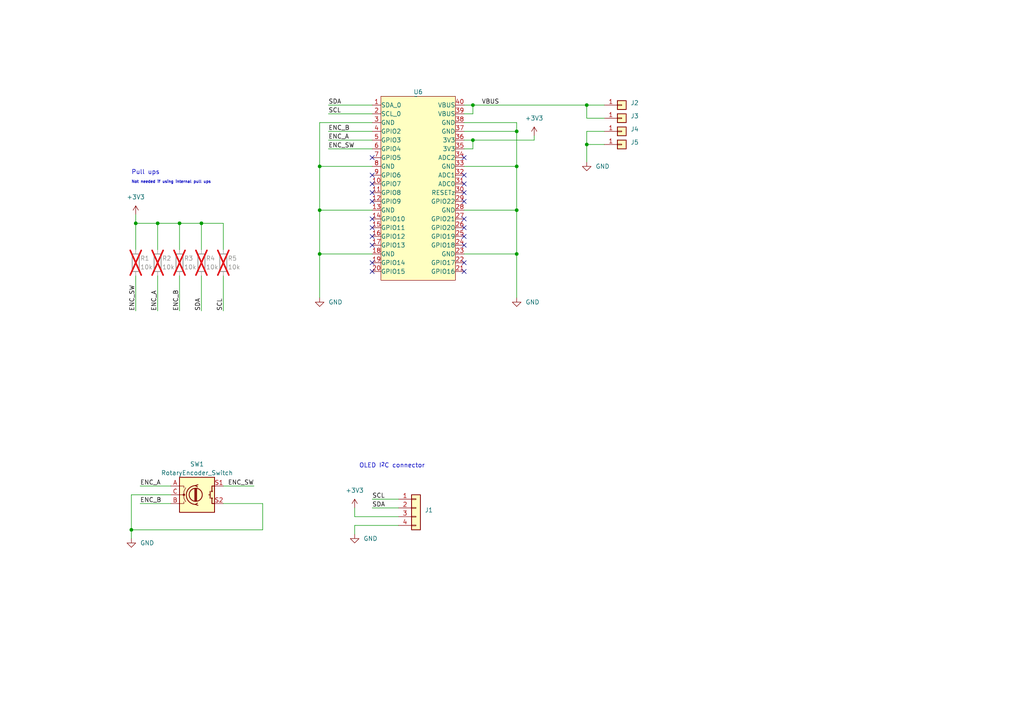
<source format=kicad_sch>
(kicad_sch (version 20230121) (generator eeschema)
  (paper "A4")
  (title_block (title "USB PD Bench Supply PCB") (date "2022-01-01") (rev "1") (company "Matt Callaghan"))
  (lib_symbols
    (symbol "Connector_Generic:Conn_01x01" (pin_names (offset 1.016) hide)
      (property "Reference" "J" (at 0 2.54 0))
      (property "Value" "Conn_01x01" (at 0 -2.54 0))
      (symbol "Conn_01x01_1_1"
        (rectangle (start -1.27 0.127) (end 0 -0.127) (stroke (width 0.1524)))
        (rectangle (start -1.27 1.27) (end 1.27 -1.27) (stroke (width 0.254)) (fill (type background)))
        (pin passive line (at -5.08 0 0) (length 3.81) (name "Pin_1") (number "1"))
      )
    )
    (symbol "Connector_Generic:Conn_01x04" (pin_names (offset 1.016) hide)
      (property "Reference" "J" (at 0 5.08 0))
      (property "Value" "Conn_01x04" (at 0 -7.62 0))
      (symbol "Conn_01x04_1_1"
        (rectangle (start -1.27 -4.953) (end 0 -5.207) (stroke (width 0.1524)))
        (rectangle (start -1.27 -2.413) (end 0 -2.667) (stroke (width 0.1524)))
        (rectangle (start -1.27 0.127) (end 0 -0.127) (stroke (width 0.1524)))
        (rectangle (start -1.27 2.667) (end 0 2.413) (stroke (width 0.1524)))
        (rectangle (start -1.27 3.81) (end 1.27 -6.35) (stroke (width 0.254)) (fill (type background)))
        (pin passive line (at -5.08 2.54 0) (length 3.81) (name "Pin_1") (number "1"))
        (pin passive line (at -5.08 0 0) (length 3.81) (name "Pin_2") (number "2"))
        (pin passive line (at -5.08 -2.54 0) (length 3.81) (name "Pin_3") (number "3"))
        (pin passive line (at -5.08 -5.08 0) (length 3.81) (name "Pin_4") (number "4"))
      )
    )
    (symbol "Device:R" (pin_numbers hide) (pin_names (offset 0))
      (property "Reference" "R" (at 2.032 0 90))
      (property "Value" "R" (at 0 0 90))
      (symbol "R_0_1"
        (rectangle (start -1.016 -2.54) (end 1.016 2.54) (stroke (width 0.254)))
      )
      (symbol "R_1_1"
        (pin passive line (at 0 3.81 270) (length 1.27) (name "~") (number "1"))
        (pin passive line (at 0 -3.81 90) (length 1.27) (name "~") (number "2"))
      )
    )
    (symbol "Device:RotaryEncoder_Switch" (pin_names (offset 0.254) hide)
      (property "Reference" "SW" (at 0 6.604 0))
      (property "Value" "RotaryEncoder_Switch" (at 0 -6.604 0))
      (symbol "RotaryEncoder_Switch_0_1"
        (rectangle (start -5.08 5.08) (end 5.08 -5.08) (stroke (width 0.254)) (fill (type background)))
        (circle (center -3.81 0) (radius 0.254) (fill (type outline)))
        (circle (center -0.381 0) (radius 1.905) (stroke (width 0.254)))
        (arc (start -0.381 2.667) (mid -3.0988 -0.0635) (end -0.381 -2.794) (stroke (width 0.254)))
        (polyline (pts (xy -0.635 -1.778) (xy -0.635 1.778)) (stroke (width 0.254)))
        (polyline (pts (xy -0.381 -1.778) (xy -0.381 1.778)) (stroke (width 0.254)))
        (polyline (pts (xy -0.127 1.778) (xy -0.127 -1.778)) (stroke (width 0.254)))
        (polyline (pts (xy 3.81 0) (xy 3.429 0)) (stroke (width 0.254)))
        (polyline (pts (xy 3.81 1.016) (xy 3.81 -1.016)) (stroke (width 0.254)))
        (polyline (pts (xy -5.08 -2.54) (xy -3.81 -2.54) (xy -3.81 -2.032)))
        (polyline (pts (xy -5.08 2.54) (xy -3.81 2.54) (xy -3.81 2.032)))
        (polyline (pts (xy 0.254 -3.048) (xy -0.508 -2.794) (xy 0.127 -2.413)) (stroke (width 0.254)))
        (polyline (pts (xy 0.254 2.921) (xy -0.508 2.667) (xy 0.127 2.286)) (stroke (width 0.254)))
        (polyline (pts (xy 5.08 -2.54) (xy 4.318 -2.54) (xy 4.318 -1.016)) (stroke (width 0.254)))
        (polyline (pts (xy 5.08 2.54) (xy 4.318 2.54) (xy 4.318 1.016)) (stroke (width 0.254)))
        (polyline (pts (xy -5.08 0) (xy -3.81 0) (xy -3.81 -1.016) (xy -3.302 -2.032)))
        (polyline (pts (xy -4.318 0) (xy -3.81 0) (xy -3.81 1.016) (xy -3.302 2.032)))
        (circle (center 4.318 -1.016) (radius 0.127) (stroke (width 0.254)))
        (circle (center 4.318 1.016) (radius 0.127) (stroke (width 0.254)))
      )
      (symbol "RotaryEncoder_Switch_1_1"
        (pin passive line (at -7.62 2.54 0) (length 2.54) (name "A") (number "A"))
        (pin passive line (at -7.62 -2.54 0) (length 2.54) (name "B") (number "B"))
        (pin passive line (at -7.62 0 0) (length 2.54) (name "C") (number "C"))
        (pin passive line (at 7.62 2.54 180) (length 2.54) (name "S1") (number "S1"))
        (pin passive line (at 7.62 -2.54 180) (length 2.54) (name "S2") (number "S2"))
      )
    )
    (symbol "Matts library:Pico_PD" (pin_names (offset 0.0001))
      (property "Reference" "U" (at -8.89 1.27 0))
      (symbol "Pico_PD_0_0"
        (pin bidirectional line (at -12.7 -17.78 0) (length 2.54) (name "GPIO5") (number "7"))
      )
      (symbol "Pico_PD_0_1"
        (rectangle (start -10.16 0) (end 11.43 -53.34) (fill (type background)))
      )
      (symbol "Pico_PD_1_0"
        (pin power_out line (at 13.97 -5.08 180) (length 2.54) (name "VBUS") (number "39"))
        (pin power_out line (at 13.97 -2.54 180) (length 2.54) (name "VBUS") (number "40"))
      )
      (symbol "Pico_PD_1_1"
        (pin bidirectional line (at -12.7 -2.54 0) (length 2.54) (name "SDA_0") (number "1"))
        (pin bidirectional line (at -12.7 -25.4 0) (length 2.54) (name "GPIO7") (number "10"))
        (pin bidirectional line (at -12.7 -27.94 0) (length 2.54) (name "GPIO8") (number "11"))
        (pin bidirectional line (at -12.7 -30.48 0) (length 2.54) (name "GPIO9") (number "12"))
        (pin bidirectional line (at -12.7 -33.02 0) (length 2.54) (name "GND") (number "13"))
        (pin bidirectional line (at -12.7 -35.56 0) (length 2.54) (name "GPIO10") (number "14"))
        (pin bidirectional line (at -12.7 -38.1 0) (length 2.54) (name "GPIO11") (number "15"))
        (pin bidirectional line (at -12.7 -40.64 0) (length 2.54) (name "GPIO12") (number "16"))
        (pin bidirectional line (at -12.7 -43.18 0) (length 2.54) (name "GPIO13") (number "17"))
        (pin bidirectional line (at -12.7 -45.72 0) (length 2.54) (name "GND") (number "18"))
        (pin bidirectional line (at -12.7 -48.26 0) (length 2.54) (name "GPIO14") (number "19"))
        (pin bidirectional line (at -12.7 -5.08 0) (length 2.54) (name "SCL_0") (number "2"))
        (pin bidirectional line (at -12.7 -50.8 0) (length 2.54) (name "GPIO15") (number "20"))
        (pin bidirectional line (at 13.97 -50.8 180) (length 2.54) (name "GPIO16") (number "21"))
        (pin bidirectional line (at 13.97 -48.26 180) (length 2.54) (name "GPIO17") (number "22"))
        (pin bidirectional line (at 13.97 -45.72 180) (length 2.54) (name "GND") (number "23"))
        (pin bidirectional line (at 13.97 -43.18 180) (length 2.54) (name "GPIO18") (number "24"))
        (pin bidirectional line (at 13.97 -40.64 180) (length 2.54) (name "GPIO19") (number "25"))
        (pin bidirectional line (at 13.97 -38.1 180) (length 2.54) (name "GPIO20") (number "26"))
        (pin bidirectional line (at 13.97 -35.56 180) (length 2.54) (name "GPIO21") (number "27"))
        (pin bidirectional line (at 13.97 -33.02 180) (length 2.54) (name "GND") (number "28"))
        (pin bidirectional line (at 13.97 -30.48 180) (length 2.54) (name "GPIO22") (number "29"))
        (pin bidirectional line (at -12.7 -7.62 0) (length 2.54) (name "GND") (number "3"))
        (pin input line (at 13.97 -27.94 180) (length 2.54) (name "RESETz") (number "30"))
        (pin bidirectional line (at 13.97 -25.4 180) (length 2.54) (name "ADC0") (number "31"))
        (pin bidirectional line (at 13.97 -22.86 180) (length 2.54) (name "ADC1") (number "32"))
        (pin bidirectional line (at 13.97 -20.32 180) (length 2.54) (name "GND") (number "33"))
        (pin bidirectional line (at 13.97 -17.78 180) (length 2.54) (name "ADC2") (number "34"))
        (pin bidirectional line (at 13.97 -15.24 180) (length 2.54) (name "3V3") (number "35"))
        (pin bidirectional line (at 13.97 -12.7 180) (length 2.54) (name "3V3") (number "36"))
        (pin bidirectional line (at 13.97 -10.16 180) (length 2.54) (name "GND") (number "37"))
        (pin bidirectional line (at 13.97 -7.62 180) (length 2.54) (name "GND") (number "38"))
        (pin bidirectional line (at -12.7 -10.16 0) (length 2.54) (name "GPIO2") (number "4"))
        (pin bidirectional line (at -12.7 -12.7 0) (length 2.54) (name "GPIO3") (number "5"))
        (pin bidirectional line (at -12.7 -15.24 0) (length 2.54) (name "GPIO4") (number "6"))
        (pin bidirectional line (at -12.7 -20.32 0) (length 2.54) (name "GND") (number "8"))
        (pin bidirectional line (at -12.7 -22.86 0) (length 2.54) (name "GPIO6") (number "9"))
      )
    )
    (symbol "power:+3V3" (power) (pin_names (offset 0))
      (property "Value" "+3V3" (at 0 3.556 0))
      (symbol "+3V3_0_1"
        (polyline (pts (xy -0.762 1.27) (xy 0 2.54)))
        (polyline (pts (xy 0 0) (xy 0 2.54)))
        (polyline (pts (xy 0 2.54) (xy 0.762 1.27)))
      )
      (symbol "+3V3_1_1"
        (pin power_in line (at 0 0 90) (length 0) hide (name "+3V3") (number "1"))
      )
    )
    (symbol "power:GND" (power) (pin_names (offset 0))
      (property "Value" "GND" (at 0 -3.81 0))
      (symbol "GND_0_1"
        (polyline (pts (xy 0 0) (xy 0 -1.27) (xy 1.27 -1.27) (xy 0 -2.54) (xy -1.27 -1.27) (xy 0 -1.27)))
      )
      (symbol "GND_1_1"
        (pin power_in line (at 0 0 270) (length 0) hide (name "GND") (number "1"))
      )
    )
  )
  (junction (at 149.86 60.96))
  (junction (at 39.37 64.77))
  (junction (at 149.86 73.66))
  (junction (at 58.42 64.77))
  (junction (at 92.71 73.66))
  (junction (at 137.16 30.48))
  (junction (at 38.1 153.67))
  (junction (at 52.07 64.77))
  (junction (at 137.16 40.64))
  (junction (at 170.18 30.48))
  (junction (at 92.71 48.26))
  (junction (at 92.71 60.96))
  (junction (at 170.18 41.91))
  (junction (at 149.86 38.1))
  (junction (at 149.86 48.26))
  (junction (at 45.72 64.77))
  (no_connect (at 134.62 76.2))
  (no_connect (at 134.62 50.8))
  (no_connect (at 107.95 45.72))
  (no_connect (at 107.95 53.34))
  (no_connect (at 107.95 63.5))
  (no_connect (at 107.95 66.04))
  (no_connect (at 107.95 68.58))
  (no_connect (at 134.62 71.12))
  (no_connect (at 134.62 55.88))
  (no_connect (at 134.62 68.58))
  (no_connect (at 134.62 53.34))
  (no_connect (at 134.62 66.04))
  (no_connect (at 134.62 78.74))
  (no_connect (at 134.62 45.72))
  (no_connect (at 107.95 71.12))
  (no_connect (at 107.95 78.74))
  (no_connect (at 134.62 63.5))
  (no_connect (at 107.95 58.42))
  (no_connect (at 107.95 50.8))
  (no_connect (at 107.95 55.88))
  (no_connect (at 107.95 76.2))
  (no_connect (at 134.62 58.42))
  (wire (pts (xy 137.16 33.02) (xy 137.16 30.48)))
  (wire (pts (xy 170.18 34.29) (xy 170.18 30.48)))
  (wire (pts (xy 134.62 30.48) (xy 137.16 30.48)))
  (wire (pts (xy 149.86 38.1) (xy 149.86 48.26)))
  (wire (pts (xy 134.62 35.56) (xy 149.86 35.56)))
  (wire (pts (xy 92.71 48.26) (xy 107.95 48.26)))
  (wire (pts (xy 115.57 152.4) (xy 102.87 152.4)))
  (wire (pts (xy 175.26 38.1) (xy 170.18 38.1)))
  (wire (pts (xy 64.77 146.05) (xy 76.2 146.05)))
  (wire (pts (xy 107.95 147.32) (xy 115.57 147.32)))
  (wire (pts (xy 52.07 72.39) (xy 52.07 64.77)))
  (wire (pts (xy 95.25 40.64) (xy 107.95 40.64)))
  (wire (pts (xy 137.16 40.64) (xy 154.94 40.64)))
  (wire (pts (xy 64.77 140.97) (xy 73.66 140.97)))
  (wire (pts (xy 52.07 80.01) (xy 52.07 90.17)))
  (wire (pts (xy 134.62 43.18) (xy 137.16 43.18)))
  (wire (pts (xy 38.1 156.21) (xy 38.1 153.67)))
  (wire (pts (xy 95.25 38.1) (xy 107.95 38.1)))
  (wire (pts (xy 40.64 146.05) (xy 49.53 146.05)))
  (wire (pts (xy 102.87 152.4) (xy 102.87 154.94)))
  (wire (pts (xy 39.37 64.77) (xy 45.72 64.77)))
  (wire (pts (xy 95.25 30.48) (xy 107.95 30.48)))
  (wire (pts (xy 52.07 64.77) (xy 45.72 64.77)))
  (wire (pts (xy 137.16 43.18) (xy 137.16 40.64)))
  (wire (pts (xy 175.26 34.29) (xy 170.18 34.29)))
  (wire (pts (xy 64.77 80.01) (xy 64.77 90.17)))
  (wire (pts (xy 39.37 80.01) (xy 39.37 90.17)))
  (wire (pts (xy 64.77 72.39) (xy 64.77 64.77)))
  (wire (pts (xy 170.18 41.91) (xy 170.18 46.99)))
  (wire (pts (xy 39.37 62.23) (xy 39.37 64.77)))
  (wire (pts (xy 134.62 73.66) (xy 149.86 73.66)))
  (wire (pts (xy 52.07 64.77) (xy 58.42 64.77)))
  (wire (pts (xy 45.72 64.77) (xy 45.72 72.39)))
  (wire (pts (xy 149.86 73.66) (xy 149.86 86.36)))
  (wire (pts (xy 92.71 35.56) (xy 92.71 48.26)))
  (wire (pts (xy 134.62 33.02) (xy 137.16 33.02)))
  (wire (pts (xy 95.25 33.02) (xy 107.95 33.02)))
  (wire (pts (xy 92.71 60.96) (xy 107.95 60.96)))
  (wire (pts (xy 38.1 153.67) (xy 38.1 143.51)))
  (wire (pts (xy 92.71 48.26) (xy 92.71 60.96)))
  (wire (pts (xy 134.62 38.1) (xy 149.86 38.1)))
  (wire (pts (xy 38.1 143.51) (xy 49.53 143.51)))
  (wire (pts (xy 134.62 40.64) (xy 137.16 40.64)))
  (wire (pts (xy 134.62 60.96) (xy 149.86 60.96)))
  (wire (pts (xy 76.2 153.67) (xy 38.1 153.67)))
  (wire (pts (xy 134.62 48.26) (xy 149.86 48.26)))
  (wire (pts (xy 76.2 146.05) (xy 76.2 153.67)))
  (wire (pts (xy 92.71 73.66) (xy 92.71 86.36)))
  (wire (pts (xy 170.18 30.48) (xy 175.26 30.48)))
  (wire (pts (xy 137.16 30.48) (xy 170.18 30.48)))
  (wire (pts (xy 95.25 43.18) (xy 107.95 43.18)))
  (wire (pts (xy 149.86 60.96) (xy 149.86 73.66)))
  (wire (pts (xy 107.95 144.78) (xy 115.57 144.78)))
  (wire (pts (xy 149.86 35.56) (xy 149.86 38.1)))
  (wire (pts (xy 58.42 64.77) (xy 58.42 72.39)))
  (wire (pts (xy 92.71 73.66) (xy 107.95 73.66)))
  (wire (pts (xy 154.94 40.64) (xy 154.94 39.37)))
  (wire (pts (xy 115.57 149.86) (xy 102.87 149.86)))
  (wire (pts (xy 92.71 35.56) (xy 107.95 35.56)))
  (wire (pts (xy 45.72 80.01) (xy 45.72 90.17)))
  (wire (pts (xy 175.26 41.91) (xy 170.18 41.91)))
  (wire (pts (xy 92.71 60.96) (xy 92.71 73.66)))
  (wire (pts (xy 149.86 48.26) (xy 149.86 60.96)))
  (wire (pts (xy 64.77 64.77) (xy 58.42 64.77)))
  (wire (pts (xy 58.42 80.01) (xy 58.42 90.17)))
  (wire (pts (xy 102.87 149.86) (xy 102.87 147.32)))
  (wire (pts (xy 40.64 140.97) (xy 49.53 140.97)))
  (wire (pts (xy 39.37 72.39) (xy 39.37 64.77)))
  (wire (pts (xy 170.18 38.1) (xy 170.18 41.91)))
  (text "Not needed if using internal pull ups" (at 38.1 53.34 0) (effects (font (size 0.8 0.8)) (justify left bottom)))
  (text "OLED I^{2}C connector" (at 104.14 135.89 0) (effects (font (size 1.27 1.27)) (justify left bottom)))
  (text "Pull ups" (at 38.1 50.8 0) (effects (font (size 1.27 1.27)) (justify left bottom)))
  (label "ENC_B" (at 40.64 146.05 0))
  (label "SDA" (at 58.42 90.17 90))
  (label "SCL" (at 95.25 33.02 0))
  (label "ENC_SW" (at 95.25 43.18 0))
  (label "ENC_A" (at 40.64 140.97 0))
  (label "ENC_A" (at 45.72 90.17 90))
  (label "ENC_B" (at 52.07 90.17 90))
  (label "SDA" (at 95.25 30.48 0))
  (label "SCL" (at 64.77 90.17 90))
  (label "SDA" (at 107.95 147.32 0))
  (label "ENC_A" (at 95.25 40.64 0))
  (label "ENC_SW" (at 73.66 140.97 180))
  (label "SCL" (at 107.95 144.78 0))
  (label "ENC_B" (at 95.25 38.1 0))
  (label "VBUS" (at 139.7 30.48 0))
  (label "ENC_SW" (at 39.37 90.17 90))
  (symbol (lib_id "power:+3V3") (at 154.94 39.37 0) (unit 1)
    (property "Reference" "#PWR0104" (effects hide))
    (property "Value" "+3V3" (at 154.94 34.29 0))
  )
  (symbol (lib_id "Device:R") (at 39.37 76.2 0) (unit 1) (dnp yes)
    (property "Reference" "R1" (at 40.64 74.93 0) (effects (justify left)))
    (property "Value" "10k" (at 40.64 77.47 0) (effects (justify left)))
  )
  (symbol (lib_id "Matts library:Pico_PD") (at 120.65 27.94 0) (unit 1)
    (property "Reference" "U6" (at 121.285 26.67 0))
    (property "Value" "~" (at 120.65 27.94 0))
    (property "Footprint" "Matts_Library:Pico-PD" (effects hide))
  )
  (symbol (lib_id "Connector_Generic:Conn_01x01") (at 180.34 38.1 0) (unit 1)
    (property "Reference" "J4" (at 182.88 37.465 0) (effects (justify left)))
    (property "Value" "Conn_01x01" (effects hide))
    (property "Footprint" "Connector_Pin:Pin_D1.3mm_L11.0mm" (effects hide))
  )
  (symbol (lib_id "Device:RotaryEncoder_Switch") (at 57.15 143.51 0) (unit 1)
    (property "Reference" "SW1" (at 57.15 134.62 0))
    (property "Value" "RotaryEncoder_Switch" (at 57.15 137.16 0))
    (property "Footprint" "Matts_Library:RotaryEncoder_Alps_EC11E-Switch_Vertical_H15mm" (effects hide))
  )
  (symbol (lib_id "Connector_Generic:Conn_01x04") (at 120.65 147.32 0) (unit 1)
    (property "Reference" "J1" (at 123.19 147.955 0) (effects (justify left)))
    (property "Value" "Conn_01x04" (effects hide))
    (property "Footprint" "Connector_PinSocket_2.54mm:PinSocket_1x04_P2.54mm_Vertical" (effects hide))
  )
  (symbol (lib_id "power:GND") (at 92.71 86.36 0) (mirror y) (unit 1)
    (property "Reference" "#PWR05" (effects hide))
    (property "Value" "GND" (at 95.25 87.6299 0) (effects (justify right)))
  )
  (symbol (lib_id "Connector_Generic:Conn_01x01") (at 180.34 41.91 0) (unit 1)
    (property "Reference" "J5" (at 182.88 41.275 0) (effects (justify left)))
    (property "Value" "Conn_01x01" (effects hide))
    (property "Footprint" "Connector_Pin:Pin_D1.0mm_L10.0mm_LooseFit" (effects hide))
  )
  (symbol (lib_id "Connector_Generic:Conn_01x01") (at 180.34 30.48 0) (unit 1)
    (property "Reference" "J2" (at 182.88 29.845 0) (effects (justify left)))
    (property "Value" "Conn_01x01" (effects hide))
    (property "Footprint" "Connector_Pin:Pin_D1.3mm_L11.0mm" (effects hide))
  )
  (symbol (lib_id "power:+3V3") (at 102.87 147.32 0) (unit 1)
    (property "Reference" "#PWR01" (effects hide))
    (property "Value" "+3V3" (at 102.87 142.24 0))
  )
  (symbol (lib_id "power:+3V3") (at 39.37 62.23 0) (unit 1)
    (property "Reference" "#PWR04" (effects hide))
    (property "Value" "+3V3" (at 39.37 57.15 0))
  )
  (symbol (lib_id "Connector_Generic:Conn_01x01") (at 180.34 34.29 0) (unit 1)
    (property "Reference" "J3" (at 182.88 33.655 0) (effects (justify left)))
    (property "Value" "Conn_01x01" (effects hide))
    (property "Footprint" "Connector_Pin:Pin_D1.0mm_L10.0mm_LooseFit" (effects hide))
  )
  (symbol (lib_id "power:GND") (at 38.1 156.21 0) (mirror y) (unit 1)
    (property "Reference" "#PWR010" (effects hide))
    (property "Value" "GND" (at 40.64 157.4799 0) (effects (justify right)))
  )
  (symbol (lib_id "power:GND") (at 170.18 46.99 0) (mirror y) (unit 1)
    (property "Reference" "#PWR03" (effects hide))
    (property "Value" "GND" (at 172.72 48.2599 0) (effects (justify right)))
  )
  (symbol (lib_id "Device:R") (at 64.77 76.2 0) (unit 1) (dnp yes)
    (property "Reference" "R5" (at 66.04 74.93 0) (effects (justify left)))
    (property "Value" "10k" (at 66.04 77.47 0) (effects (justify left)))
  )
  (symbol (lib_id "power:GND") (at 102.87 154.94 0) (mirror y) (unit 1)
    (property "Reference" "#PWR02" (effects hide))
    (property "Value" "GND" (at 105.41 156.2099 0) (effects (justify right)))
  )
  (symbol (lib_id "Device:R") (at 52.07 76.2 0) (unit 1) (dnp yes)
    (property "Reference" "R3" (at 53.34 74.93 0) (effects (justify left)))
    (property "Value" "10k" (at 53.34 77.47 0) (effects (justify left)))
  )
  (symbol (lib_id "Device:R") (at 58.42 76.2 0) (unit 1) (dnp yes)
    (property "Reference" "R4" (at 59.69 74.93 0) (effects (justify left)))
    (property "Value" "10k" (at 59.69 77.47 0) (effects (justify left)))
  )
  (symbol (lib_id "power:GND") (at 149.86 86.36 0) (mirror y) (unit 1)
    (property "Reference" "#PWR0107" (effects hide))
    (property "Value" "GND" (at 152.4 87.6299 0) (effects (justify right)))
  )
  (symbol (lib_id "Device:R") (at 45.72 76.2 0) (unit 1) (dnp yes)
    (property "Reference" "R2" (at 46.99 74.93 0) (effects (justify left)))
    (property "Value" "10k" (at 46.99 77.47 0) (effects (justify left)))
  )
)
</source>
